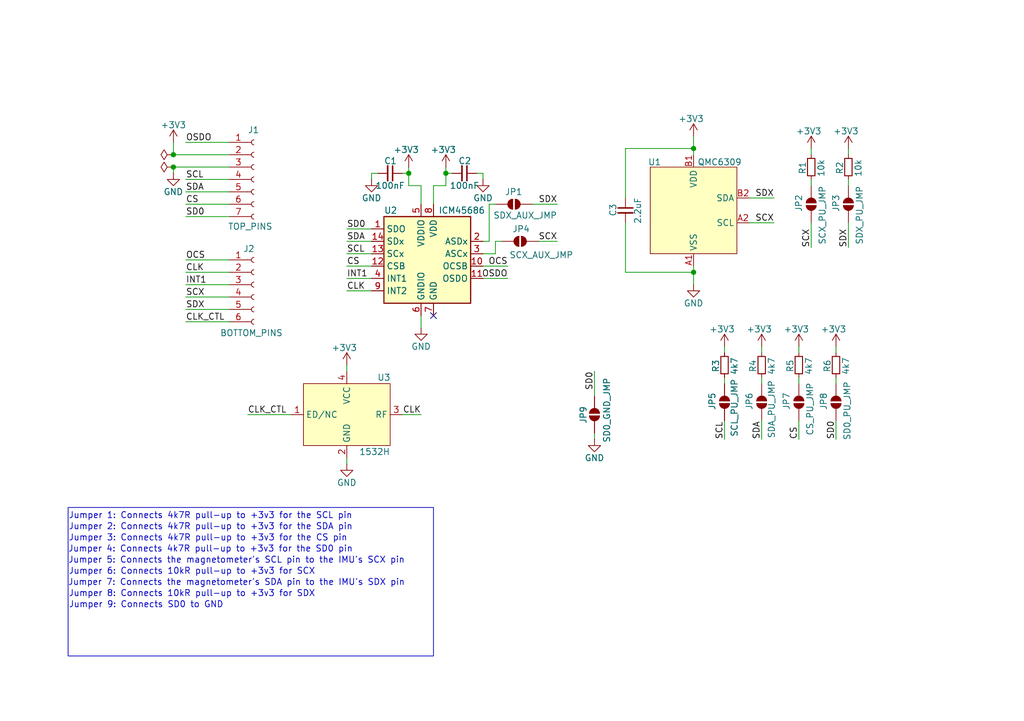
<source format=kicad_sch>
(kicad_sch (version 20250114) (generator "eeschema") (generator_version "9.0")
  (paper "A5")
  (title_block (date "2025-12-30") (rev "1.1"))
  (lib_symbols
    (symbol "Mumo Symbols:+3V3" (power) (pin_numbers (hide yes)) (pin_names (offset 0) (hide yes))
      (property "Value" "+3V3" (at 0 3.556 0))
      (symbol "+3V3_0_1"
        (polyline (pts (xy -0.762 1.27) (xy 0 2.54)))
        (polyline (pts (xy 0 2.54) (xy 0.762 1.27)))
        (polyline (pts (xy 0 0) (xy 0 2.54)))
      )
      (symbol "+3V3_1_1"
        (pin power_in line (at 0 0 90) (length 0) (name "~") (number "1"))
      )
    )
    (symbol "Mumo Symbols:BMI160"
      (property "Reference" "U" (at -10.16 8.89 0))
      (property "Value" "BMI160" (at 7.62 8.89 0))
      (symbol "BMI160_1_1"
        (rectangle (start -10.16 7.62) (end 7.62 -10.16) (stroke (width 0.254)) (fill (type background)))
        (pin bidirectional line (at -12.7 5.08 0) (length 2.54) (name "SDO") (number "1"))
        (pin bidirectional line (at -12.7 2.54 0) (length 2.54) (name "SDx") (number "14"))
        (pin input line (at -12.7 0 0) (length 2.54) (name "SCx") (number "13"))
        (pin input line (at -12.7 -2.54 0) (length 2.54) (name "CSB") (number "12"))
        (pin bidirectional line (at -12.7 -5.08 0) (length 2.54) (name "INT1") (number "4"))
        (pin bidirectional line (at -12.7 -7.62 0) (length 2.54) (name "INT2") (number "9"))
        (pin power_in line (at -2.54 10.16 270) (length 2.54) (name "VDDIO") (number "5"))
        (pin power_in line (at -2.54 -12.7 90) (length 2.54) (name "GNDIO") (number "6"))
        (pin power_in line (at 0 10.16 270) (length 2.54) (name "VDD") (number "8"))
        (pin power_in line (at 0 -12.7 90) (length 2.54) (name "GND") (number "7"))
        (pin bidirectional line (at 10.16 2.54 180) (length 2.54) (name "ASDx") (number "2"))
        (pin output line (at 10.16 0 180) (length 2.54) (name "ASCx") (number "3"))
        (pin bidirectional line (at 10.16 -2.54 180) (length 2.54) (name "OCSB") (number "10"))
        (pin bidirectional line (at 10.16 -5.08 180) (length 2.54) (name "OSDO") (number "11"))
      )
    )
    (symbol "Mumo Symbols:C_Small" (pin_numbers (hide yes)) (pin_names (offset 0.254) (hide yes))
      (property "Reference" "C" (at 0.254 1.778 0))
      (property "Value" "C_Small" (at 0.254 -2.032 0))
      (symbol "C_Small_0_1"
        (polyline (pts (xy -1.524 0.508) (xy 1.524 0.508)) (stroke (width 0.3048)))
        (polyline (pts (xy -1.524 -0.508) (xy 1.524 -0.508)) (stroke (width 0.3302)))
      )
      (symbol "C_Small_1_1"
        (pin passive line (at 0 2.54 270) (length 2.032) (name "~") (number "1"))
        (pin passive line (at 0 -2.54 90) (length 2.032) (name "~") (number "2"))
      )
    )
    (symbol "Mumo Symbols:Conn_01x06_Socket" (pin_names (offset 1.016) (hide yes))
      (property "Reference" "J" (at 0 7.62 0))
      (property "Value" "Conn_01x06_Socket" (at 0 -10.16 0))
      (symbol "Conn_01x06_Socket_1_1"
        (polyline (pts (xy -1.27 5.08) (xy -0.508 5.08)) (stroke (width 0.1524)))
        (polyline (pts (xy -1.27 2.54) (xy -0.508 2.54)) (stroke (width 0.1524)))
        (polyline (pts (xy -1.27 0) (xy -0.508 0)) (stroke (width 0.1524)))
        (polyline (pts (xy -1.27 -2.54) (xy -0.508 -2.54)) (stroke (width 0.1524)))
        (polyline (pts (xy -1.27 -5.08) (xy -0.508 -5.08)) (stroke (width 0.1524)))
        (polyline (pts (xy -1.27 -7.62) (xy -0.508 -7.62)) (stroke (width 0.1524)))
        (arc (start 0 4.572) (mid -0.5058 5.08) (end 0 5.588) (stroke (width 0.1524)))
        (arc (start 0 2.032) (mid -0.5058 2.54) (end 0 3.048) (stroke (width 0.1524)))
        (arc (start 0 -0.508) (mid -0.5058 0) (end 0 0.508) (stroke (width 0.1524)))
        (arc (start 0 -3.048) (mid -0.5058 -2.54) (end 0 -2.032) (stroke (width 0.1524)))
        (arc (start 0 -5.588) (mid -0.5058 -5.08) (end 0 -4.572) (stroke (width 0.1524)))
        (arc (start 0 -8.128) (mid -0.5058 -7.62) (end 0 -7.112) (stroke (width 0.1524)))
        (pin passive line (at -5.08 5.08 0) (length 3.81) (name "Pin_1") (number "1"))
        (pin passive line (at -5.08 2.54 0) (length 3.81) (name "Pin_2") (number "2"))
        (pin passive line (at -5.08 0 0) (length 3.81) (name "Pin_3") (number "3"))
        (pin passive line (at -5.08 -2.54 0) (length 3.81) (name "Pin_4") (number "4"))
        (pin passive line (at -5.08 -5.08 0) (length 3.81) (name "Pin_5") (number "5"))
        (pin passive line (at -5.08 -7.62 0) (length 3.81) (name "Pin_6") (number "6"))
      )
    )
    (symbol "Mumo Symbols:Conn_01x07_Socket" (pin_names (offset 1.016) (hide yes))
      (property "Reference" "J" (at 0 10.16 0))
      (property "Value" "Conn_01x07_Socket" (at 0 -10.16 0))
      (symbol "Conn_01x07_Socket_1_1"
        (polyline (pts (xy -1.27 7.62) (xy -0.508 7.62)) (stroke (width 0.1524)))
        (polyline (pts (xy -1.27 5.08) (xy -0.508 5.08)) (stroke (width 0.1524)))
        (polyline (pts (xy -1.27 2.54) (xy -0.508 2.54)) (stroke (width 0.1524)))
        (polyline (pts (xy -1.27 0) (xy -0.508 0)) (stroke (width 0.1524)))
        (polyline (pts (xy -1.27 -2.54) (xy -0.508 -2.54)) (stroke (width 0.1524)))
        (polyline (pts (xy -1.27 -5.08) (xy -0.508 -5.08)) (stroke (width 0.1524)))
        (polyline (pts (xy -1.27 -7.62) (xy -0.508 -7.62)) (stroke (width 0.1524)))
        (arc (start 0 7.112) (mid -0.5058 7.62) (end 0 8.128) (stroke (width 0.1524)))
        (arc (start 0 4.572) (mid -0.5058 5.08) (end 0 5.588) (stroke (width 0.1524)))
        (arc (start 0 2.032) (mid -0.5058 2.54) (end 0 3.048) (stroke (width 0.1524)))
        (arc (start 0 -0.508) (mid -0.5058 0) (end 0 0.508) (stroke (width 0.1524)))
        (arc (start 0 -3.048) (mid -0.5058 -2.54) (end 0 -2.032) (stroke (width 0.1524)))
        (arc (start 0 -5.588) (mid -0.5058 -5.08) (end 0 -4.572) (stroke (width 0.1524)))
        (arc (start 0 -8.128) (mid -0.5058 -7.62) (end 0 -7.112) (stroke (width 0.1524)))
        (pin passive line (at -5.08 7.62 0) (length 3.81) (name "Pin_1") (number "1"))
        (pin passive line (at -5.08 5.08 0) (length 3.81) (name "Pin_2") (number "2"))
        (pin passive line (at -5.08 2.54 0) (length 3.81) (name "Pin_3") (number "3"))
        (pin passive line (at -5.08 0 0) (length 3.81) (name "Pin_4") (number "4"))
        (pin passive line (at -5.08 -2.54 0) (length 3.81) (name "Pin_5") (number "5"))
        (pin passive line (at -5.08 -5.08 0) (length 3.81) (name "Pin_6") (number "6"))
        (pin passive line (at -5.08 -7.62 0) (length 3.81) (name "Pin_7") (number "7"))
      )
    )
    (symbol "Mumo Symbols:GND" (power) (pin_numbers (hide yes)) (pin_names (offset 0) (hide yes))
      (property "Value" "GND" (at 0 -3.81 0))
      (symbol "GND_0_1"
        (polyline (pts (xy 0 0) (xy 0 -1.27) (xy 1.27 -1.27) (xy 0 -2.54) (xy -1.27 -1.27) (xy 0 -1.27)))
      )
      (symbol "GND_1_1"
        (pin power_in line (at 0 0 270) (length 0) (name "~") (number "1"))
      )
    )
    (symbol "Mumo Symbols:HCI_1532H"
      (property "Reference" "U" (at 0 0 0))
      (property "Value" "1532H" (at 5.08 7.62 0))
      (symbol "HCI_1532H_1_1"
        (rectangle (start -8.89 6.35) (end 8.89 -6.35) (fill (type background)))
        (pin input line (at -11.43 0 0) (length 2.54) (name "ED/NC") (number "1"))
        (pin power_in line (at 0 8.89 270) (length 2.54) (name "VCC") (number "4"))
        (pin power_in line (at 0 -8.89 90) (length 2.54) (name "GND") (number "2"))
        (pin output line (at 11.43 0 180) (length 2.54) (name "RF") (number "3"))
      )
    )
    (symbol "Mumo Symbols:PWR_FLAG" (power) (pin_numbers (hide yes)) (pin_names (offset 0) (hide yes))
      (property "Value" "PWR_FLAG" (at 0 3.81 0))
      (symbol "PWR_FLAG_0_0"
        (pin power_out line (at 0 0 90) (length 0) (name "~") (number "1"))
      )
      (symbol "PWR_FLAG_0_1"
        (polyline (pts (xy 0 0) (xy 0 1.27) (xy -1.016 1.905) (xy 0 2.54) (xy 1.016 1.905) (xy 0 1.27)))
      )
    )
    (symbol "Mumo Symbols:QMC6309"
      (property "Reference" "U" (at -8.382 9.906 0))
      (property "Value" "QMC6309" (at 5.08 9.906 0))
      (symbol "QMC6309_1_1"
        (rectangle (start -8.89 8.89) (end 8.89 -8.89) (fill (type background)))
        (pin power_in line (at 0 11.43 270) (length 2.54) (name "VDD") (number "B1"))
        (pin power_in line (at 0 -11.43 90) (length 2.54) (name "VSS") (number "A1"))
        (pin bidirectional line (at 11.43 2.54 180) (length 2.54) (name "SDA") (number "B2"))
        (pin input line (at 11.43 -2.54 180) (length 2.54) (name "SCL") (number "A2"))
      )
    )
    (symbol "Mumo Symbols:R_Small" (pin_numbers (hide yes)) (pin_names (offset 0.254) (hide yes))
      (property "Reference" "R" (at 0.762 0.508 0))
      (property "Value" "R_Small" (at 0.762 -1.016 0))
      (symbol "R_Small_0_1"
        (rectangle (start -0.762 1.778) (end 0.762 -1.778) (stroke (width 0.2032)))
      )
      (symbol "R_Small_1_1"
        (pin passive line (at 0 2.54 270) (length 0.762) (name "~") (number "1"))
        (pin passive line (at 0 -2.54 90) (length 0.762) (name "~") (number "2"))
      )
    )
    (symbol "Mumo Symbols:SolderJumper_2_Bridged" (pin_numbers (hide yes)) (pin_names (offset 0) (hide yes)) (exclude_from_sim yes) (in_bom no)
      (property "Reference" "JP" (at 0 2.032 0))
      (property "Value" "SolderJumper_2_Bridged" (at 0 -2.54 0))
      (symbol "SolderJumper_2_Bridged_0_1"
        (polyline (pts (xy -0.254 1.016) (xy -0.254 -1.016)))
        (arc (start -0.254 -1.016) (mid -1.2656 0) (end -0.254 1.016))
        (arc (start -0.254 -1.016) (mid -1.2656 0) (end -0.254 1.016) (fill (type outline)))
        (arc (start 0.254 1.016) (mid 1.2656 0) (end 0.254 -1.016))
        (arc (start 0.254 1.016) (mid 1.2656 0) (end 0.254 -1.016) (fill (type outline)))
        (polyline (pts (xy 0.254 1.016) (xy 0.254 -1.016)))
      )
      (symbol "SolderJumper_2_Bridged_1_1"
        (pin passive line (at -3.81 0 0) (length 2.54) (name "A") (number "1"))
        (pin passive line (at 3.81 0 180) (length 2.54) (name "B") (number "2"))
      )
    )
    (symbol "Mumo Symbols:SolderJumper_2_Open" (pin_numbers (hide yes)) (pin_names (offset 0) (hide yes)) (exclude_from_sim yes) (in_bom no)
      (property "Reference" "JP" (at 0 2.032 0))
      (property "Value" "SolderJumper_2_Open" (at 0 -2.54 0))
      (symbol "SolderJumper_2_Open_0_1"
        (polyline (pts (xy -0.254 1.016) (xy -0.254 -1.016)))
        (arc (start -0.254 -1.016) (mid -1.2656 0) (end -0.254 1.016))
        (arc (start -0.254 -1.016) (mid -1.2656 0) (end -0.254 1.016) (fill (type outline)))
        (arc (start 0.254 1.016) (mid 1.2656 0) (end 0.254 -1.016))
        (arc (start 0.254 1.016) (mid 1.2656 0) (end 0.254 -1.016) (fill (type outline)))
        (polyline (pts (xy 0.254 1.016) (xy 0.254 -1.016)))
      )
      (symbol "SolderJumper_2_Open_1_1"
        (pin passive line (at -3.81 0 0) (length 2.54) (name "A") (number "1"))
        (pin passive line (at 3.81 0 180) (length 2.54) (name "B") (number "2"))
      )
    )
  )
  (rectangle (start 13.97 104.14) (end 88.9 134.62))
  (text "Jumper 9: Connects SD0 to GND" (at 29.972 124.206 0) (effects (font (size 1.27 1.27))))
  (text "Jumper 2: Connects 4k7R pull-up to +3v3 for the SDA pin " (at 43.688 108.204 0) (effects (font (size 1.27 1.27))))
  (text "Jumper 7: Connects the magnetometer's SDA pin to the IMU's SDX pin" (at 48.514 119.634 0) (effects (font (size 1.27 1.27))))
  (text "Jumper 5: Connects the magnetometer's SCL pin to the IMU's SCX pin" (at 48.514 115.062 0) (effects (font (size 1.27 1.27))))
  (text "Jumper 6: Connects 10kR pull-up to +3v3 for SCX" (at 39.37 117.348 0) (effects (font (size 1.27 1.27))))
  (text "Jumper 4: Connects 4k7R pull-up to +3v3 for the SD0 pin" (at 43.18 112.776 0) (effects (font (size 1.27 1.27))))
  (text "Jumper 3: Connects 4k7R pull-up to +3v3 for the CS pin" (at 42.672 110.49 0) (effects (font (size 1.27 1.27))))
  (text "Jumper 8: Connects 10kR pull-up to +3v3 for SDX" (at 39.37 121.92 0) (effects (font (size 1.27 1.27))))
  (text "Jumper 1: Connects 4k7R pull-up to +3v3 for the SCL pin" (at 43.18 105.918 0) (effects (font (size 1.27 1.27))))
  (junction (at 142.24 30.48))
  (junction (at 91.44 35.56))
  (junction (at 35.56 34.29))
  (junction (at 35.56 31.75))
  (junction (at 142.24 55.88))
  (junction (at 83.82 35.56))
  (no_connect (at 88.9 64.77))
  (wire (pts (xy 156.21 71.12) (xy 156.21 72.39)))
  (wire (pts (xy 88.9 38.1) (xy 91.44 38.1)))
  (wire (pts (xy 71.12 59.69) (xy 76.2 59.69)))
  (wire (pts (xy 71.12 46.99) (xy 76.2 46.99)))
  (wire (pts (xy 100.33 41.91) (xy 101.6 41.91)))
  (wire (pts (xy 76.2 36.83) (xy 76.2 35.56)))
  (wire (pts (xy 100.33 41.91) (xy 100.33 49.53)))
  (wire (pts (xy 38.1 36.83) (xy 46.99 36.83)))
  (wire (pts (xy 153.67 40.64) (xy 158.75 40.64)))
  (wire (pts (xy 71.12 54.61) (xy 76.2 54.61)))
  (wire (pts (xy 38.1 60.96) (xy 46.99 60.96)))
  (wire (pts (xy 38.1 39.37) (xy 46.99 39.37)))
  (wire (pts (xy 148.59 78.74) (xy 148.59 77.47)))
  (wire (pts (xy 156.21 86.36) (xy 156.21 90.17)))
  (wire (pts (xy 82.55 85.09) (xy 86.36 85.09)))
  (wire (pts (xy 156.21 77.47) (xy 156.21 78.74)))
  (wire (pts (xy 128.27 45.72) (xy 128.27 55.88)))
  (wire (pts (xy 99.06 35.56) (xy 97.79 35.56)))
  (wire (pts (xy 35.56 31.75) (xy 46.99 31.75)))
  (wire (pts (xy 76.2 35.56) (xy 77.47 35.56)))
  (wire (pts (xy 128.27 30.48) (xy 128.27 40.64)))
  (wire (pts (xy 71.12 57.15) (xy 76.2 57.15)))
  (wire (pts (xy 91.44 35.56) (xy 92.71 35.56)))
  (wire (pts (xy 171.45 71.12) (xy 171.45 72.39)))
  (wire (pts (xy 99.06 54.61) (xy 104.14 54.61)))
  (wire (pts (xy 91.44 35.56) (xy 91.44 34.29)))
  (wire (pts (xy 83.82 38.1) (xy 86.36 38.1)))
  (wire (pts (xy 109.22 41.91) (xy 114.3 41.91)))
  (wire (pts (xy 173.99 30.48) (xy 173.99 31.75)))
  (wire (pts (xy 121.92 76.2) (xy 121.92 81.28)))
  (wire (pts (xy 38.1 63.5) (xy 46.99 63.5)))
  (wire (pts (xy 71.12 52.07) (xy 76.2 52.07)))
  (wire (pts (xy 101.6 52.07) (xy 99.06 52.07)))
  (wire (pts (xy 101.6 49.53) (xy 101.6 52.07)))
  (wire (pts (xy 35.56 31.75) (xy 35.56 29.21)))
  (wire (pts (xy 142.24 30.48) (xy 128.27 30.48)))
  (wire (pts (xy 38.1 41.91) (xy 46.99 41.91)))
  (wire (pts (xy 88.9 38.1) (xy 88.9 41.91)))
  (wire (pts (xy 142.24 27.94) (xy 142.24 30.48)))
  (wire (pts (xy 86.36 64.77) (xy 86.36 67.31)))
  (wire (pts (xy 71.12 95.25) (xy 71.12 93.98)))
  (wire (pts (xy 153.67 45.72) (xy 158.75 45.72)))
  (wire (pts (xy 163.83 86.36) (xy 163.83 90.17)))
  (wire (pts (xy 166.37 45.72) (xy 166.37 50.8)))
  (wire (pts (xy 38.1 66.04) (xy 46.99 66.04)))
  (wire (pts (xy 142.24 54.61) (xy 142.24 55.88)))
  (wire (pts (xy 38.1 53.34) (xy 46.99 53.34)))
  (wire (pts (xy 71.12 49.53) (xy 76.2 49.53)))
  (wire (pts (xy 91.44 38.1) (xy 91.44 35.56)))
  (wire (pts (xy 101.6 49.53) (xy 102.87 49.53)))
  (wire (pts (xy 35.56 34.29) (xy 35.56 35.56)))
  (wire (pts (xy 71.12 74.93) (xy 71.12 76.2)))
  (wire (pts (xy 83.82 34.29) (xy 83.82 35.56)))
  (wire (pts (xy 173.99 45.72) (xy 173.99 50.8)))
  (wire (pts (xy 163.83 77.47) (xy 163.83 78.74)))
  (wire (pts (xy 99.06 57.15) (xy 104.14 57.15)))
  (wire (pts (xy 38.1 55.88) (xy 46.99 55.88)))
  (wire (pts (xy 148.59 86.36) (xy 148.59 90.17)))
  (wire (pts (xy 121.92 88.9) (xy 121.92 90.17)))
  (wire (pts (xy 38.1 58.42) (xy 46.99 58.42)))
  (wire (pts (xy 171.45 86.36) (xy 171.45 90.17)))
  (wire (pts (xy 128.27 55.88) (xy 142.24 55.88)))
  (wire (pts (xy 173.99 36.83) (xy 173.99 38.1)))
  (wire (pts (xy 142.24 30.48) (xy 142.24 31.75)))
  (wire (pts (xy 166.37 30.48) (xy 166.37 31.75)))
  (wire (pts (xy 38.1 29.21) (xy 46.99 29.21)))
  (wire (pts (xy 99.06 35.56) (xy 99.06 36.83)))
  (wire (pts (xy 166.37 36.83) (xy 166.37 38.1)))
  (wire (pts (xy 83.82 38.1) (xy 83.82 35.56)))
  (wire (pts (xy 171.45 77.47) (xy 171.45 78.74)))
  (wire (pts (xy 163.83 71.12) (xy 163.83 72.39)))
  (wire (pts (xy 110.49 49.53) (xy 114.3 49.53)))
  (wire (pts (xy 86.36 38.1) (xy 86.36 41.91)))
  (wire (pts (xy 82.55 35.56) (xy 83.82 35.56)))
  (wire (pts (xy 142.24 55.88) (xy 142.24 58.42)))
  (wire (pts (xy 100.33 49.53) (xy 99.06 49.53)))
  (wire (pts (xy 50.8 85.09) (xy 59.69 85.09)))
  (wire (pts (xy 38.1 44.45) (xy 46.99 44.45)))
  (wire (pts (xy 35.56 34.29) (xy 46.99 34.29)))
  (wire (pts (xy 148.59 71.12) (xy 148.59 72.39)))
  (label "CLK_CTL" (at 38.1 66.04 0))
  (label "CLK" (at 71.12 59.69 0))
  (label "OCS" (at 38.1 53.34 0))
  (label "SCL" (at 38.1 36.83 0))
  (label "SD0" (at 171.45 90.17 90))
  (label "SD0" (at 121.92 76.2 270))
  (label "SDA" (at 156.21 90.17 90))
  (label "SDX" (at 114.3 41.91 180))
  (label "SDX" (at 158.75 40.64 180))
  (label "SCX" (at 166.37 50.8 90))
  (label "SCX" (at 114.3 49.53 180))
  (label "OSDO" (at 104.14 57.15 180))
  (label "SD0" (at 71.12 46.99 0))
  (label "SCX" (at 38.1 60.96 0))
  (label "SD0" (at 38.1 44.45 0))
  (label "CLK" (at 86.36 85.09 180))
  (label "CS" (at 71.12 54.61 0))
  (label "SDX" (at 173.99 50.8 90))
  (label "SCL" (at 148.59 90.17 90))
  (label "CS" (at 163.83 90.17 90))
  (label "INT1" (at 38.1 58.42 0))
  (label "SDA" (at 38.1 39.37 0))
  (label "CS" (at 38.1 41.91 0))
  (label "OSDO" (at 38.1 29.21 0))
  (label "SDX" (at 38.1 63.5 0))
  (label "SDA" (at 71.12 49.53 0))
  (label "INT1" (at 71.12 57.15 0))
  (label "OCS" (at 104.14 54.61 180))
  (label "CLK_CTL" (at 50.8 85.09 0))
  (label "SCL" (at 71.12 52.07 0))
  (label "SCX" (at 158.75 45.72 180))
  (label "CLK" (at 38.1 55.88 0))
  (symbol (lib_id "Mumo Symbols:R_Small") (at 173.99 34.29 0) (unit 1)
    (property "Reference" "R2" (at 172.212 35.814 90) (effects (justify left)))
    (property "Value" "10k" (at 176.022 36.322 90) (effects (justify left)))
    (property "Footprint" "Mumo Footprints:R_0402" (effects (hide yes)))
    (property "Description" "Resistor, small symbol" (effects (hide yes)))
    (property "MPN" "C25744" (effects (hide yes)))
  )
  (symbol (lib_id "Mumo Symbols:SolderJumper_2_Bridged") (at 171.45 82.55 90) (unit 1) (in_bom no)
    (property "Reference" "JP8" (at 168.91 80.518 0) (effects (justify right)))
    (property "Value" "SD0_PU_JMP" (at 173.736 78.232 0) (effects (justify right)))
    (property "Footprint" "Mumo Footprints:JMP_CLSD" (effects (hide yes)))
    (property "Description" "Solder Jumper, 2-pole, closed/bridged" (effects (hide yes)))
  )
  (symbol (lib_id "Mumo Symbols:+3V3") (at 83.82 34.29 0) (unit 1)
    (property "Reference" "#PWR05" (effects (hide yes)))
    (property "Value" "+3V3" (at 83.312 30.734 0))
    (property "Description" "Power symbol creates a global label with name \"+3V3\"" (effects (hide yes)))
  )
  (symbol (lib_id "Mumo Symbols:+3V3") (at 148.59 71.12 0) (unit 1)
    (property "Reference" "#PWR012" (effects (hide yes)))
    (property "Value" "+3V3" (at 148.082 67.564 0))
    (property "Description" "Power symbol creates a global label with name \"+3V3\"" (effects (hide yes)))
  )
  (symbol (lib_id "Mumo Symbols:+3V3") (at 35.56 29.21 0) (unit 1)
    (property "Reference" "#PWR02" (effects (hide yes)))
    (property "Value" "+3V3" (at 35.56 25.654 0))
    (property "Description" "Power symbol creates a global label with name \"+3V3\"" (effects (hide yes)))
  )
  (symbol (lib_id "Mumo Symbols:+3V3") (at 71.12 74.93 0) (unit 1)
    (property "Reference" "#PWR016" (effects (hide yes)))
    (property "Value" "+3V3" (at 70.612 71.374 0))
    (property "Description" "Power symbol creates a global label with name \"+3V3\"" (effects (hide yes)))
  )
  (symbol (lib_id "Mumo Symbols:SolderJumper_2_Bridged") (at 156.21 82.55 90) (unit 1) (in_bom no)
    (property "Reference" "JP6" (at 153.67 80.518 0) (effects (justify right)))
    (property "Value" "SDA_PU_JMP" (at 158.242 77.978 0) (effects (justify right)))
    (property "Footprint" "Mumo Footprints:JMP_CLSD" (effects (hide yes)))
    (property "Description" "Solder Jumper, 2-pole, closed/bridged" (effects (hide yes)))
  )
  (symbol (lib_id "Mumo Symbols:GND") (at 35.56 35.56 0) (unit 1)
    (property "Reference" "#PWR07" (effects (hide yes)))
    (property "Value" "GND" (at 35.56 39.37 0))
    (property "Description" "Power symbol creates a global label with name \"GND\" , ground" (effects (hide yes)))
  )
  (symbol (lib_id "Mumo Symbols:+3V3") (at 156.21 71.12 0) (unit 1)
    (property "Reference" "#PWR013" (effects (hide yes)))
    (property "Value" "+3V3" (at 155.702 67.564 0))
    (property "Description" "Power symbol creates a global label with name \"+3V3\"" (effects (hide yes)))
  )
  (symbol (lib_id "Mumo Symbols:SolderJumper_2_Bridged") (at 166.37 41.91 90) (unit 1) (in_bom no)
    (property "Reference" "JP2" (at 163.83 39.878 0) (effects (justify right)))
    (property "Value" "SCX_PU_JMP" (at 168.656 38.1 0) (effects (justify right)))
    (property "Footprint" "Mumo Footprints:JMP_CLSD" (effects (hide yes)))
    (property "Description" "Solder Jumper, 2-pole, closed/bridged" (effects (hide yes)))
  )
  (symbol (lib_id "Mumo Symbols:SolderJumper_2_Bridged") (at 106.68 49.53 0) (unit 1) (in_bom no)
    (property "Reference" "JP4" (at 108.712 46.99 0) (effects (justify right)))
    (property "Value" "SCX_AUX_JMP" (at 117.602 52.324 0) (effects (justify right)))
    (property "Footprint" "Mumo Footprints:JMP_CLSD" (effects (hide yes)))
    (property "Description" "Solder Jumper, 2-pole, closed/bridged" (effects (hide yes)))
  )
  (symbol (lib_id "Mumo Symbols:GND") (at 121.92 90.17 0) (unit 1)
    (property "Reference" "#PWR017" (effects (hide yes)))
    (property "Value" "GND" (at 121.92 93.98 0))
    (property "Description" "Power symbol creates a global label with name \"GND\" , ground" (effects (hide yes)))
  )
  (symbol (lib_id "Mumo Symbols:GND") (at 86.36 67.31 0) (unit 1)
    (property "Reference" "#PWR011" (effects (hide yes)))
    (property "Value" "GND" (at 86.36 71.12 0))
    (property "Description" "Power symbol creates a global label with name \"GND\" , ground" (effects (hide yes)))
  )
  (symbol (lib_id "Mumo Symbols:GND") (at 99.06 36.83 0) (unit 1)
    (property "Reference" "#PWR09" (effects (hide yes)))
    (property "Value" "GND" (at 99.06 40.64 0))
    (property "Description" "Power symbol creates a global label with name \"GND\" , ground" (effects (hide yes)))
  )
  (symbol (lib_id "Mumo Symbols:SolderJumper_2_Bridged") (at 163.83 82.55 90) (unit 1) (in_bom no)
    (property "Reference" "JP7" (at 161.29 80.518 0) (effects (justify right)))
    (property "Value" "CS_PU_JMP" (at 166.116 78.486 0) (effects (justify right)))
    (property "Footprint" "Mumo Footprints:JMP_CLSD" (effects (hide yes)))
    (property "Description" "Solder Jumper, 2-pole, closed/bridged" (effects (hide yes)))
  )
  (symbol (lib_id "Mumo Symbols:GND") (at 76.2 36.83 0) (unit 1)
    (property "Reference" "#PWR08" (effects (hide yes)))
    (property "Value" "GND" (at 76.2 40.64 0))
    (property "Description" "Power symbol creates a global label with name \"GND\" , ground" (effects (hide yes)))
  )
  (symbol (lib_id "Mumo Symbols:SolderJumper_2_Open") (at 121.92 85.09 90) (unit 1) (in_bom no)
    (property "Reference" "JP9" (at 119.634 83.312 0) (effects (justify right)))
    (property "Value" "SD0_GND_JMP" (at 124.46 77.47 0) (effects (justify right)))
    (property "Footprint" "Mumo Footprints:JMP" (effects (hide yes)))
    (property "Description" "Solder Jumper, 2-pole, open" (effects (hide yes)))
    (property "MPN" "N/A" (effects (hide yes)))
  )
  (symbol (lib_id "Mumo Symbols:GND") (at 71.12 95.25 0) (unit 1)
    (property "Reference" "#PWR018" (effects (hide yes)))
    (property "Value" "GND" (at 71.12 99.06 0))
    (property "Description" "Power symbol creates a global label with name \"GND\" , ground" (effects (hide yes)))
  )
  (symbol (lib_id "Mumo Symbols:C_Small") (at 95.25 35.56 270) (unit 1)
    (property "Reference" "C2" (at 93.98 33.02 90) (effects (justify left)))
    (property "Value" "100nF" (at 92.202 38.1 90) (effects (justify left)))
    (property "Footprint" "Mumo Footprints:C_0402" (effects (hide yes)))
    (property "Description" "Unpolarized capacitor, small symbol" (effects (hide yes)))
    (property "MPN" "C1525" (effects (hide yes)))
  )
  (symbol (lib_id "Mumo Symbols:PWR_FLAG") (at 35.56 34.29 90) (unit 1)
    (property "Reference" "#FLG02" (effects (hide yes)))
    (property "Value" "PWR_FLAG" (effects (hide yes)))
    (property "Description" "Special symbol for telling ERC where power comes from" (effects (hide yes)))
  )
  (symbol (lib_id "Mumo Symbols:R_Small") (at 171.45 74.93 0) (unit 1)
    (property "Reference" "R6" (at 169.672 76.454 90) (effects (justify left)))
    (property "Value" "4k7" (at 173.482 76.962 90) (effects (justify left)))
    (property "Footprint" "Mumo Footprints:R_0402" (effects (hide yes)))
    (property "Description" "Resistor, small symbol" (effects (hide yes)))
    (property "MPN" "C25900" (effects (hide yes)))
  )
  (symbol (lib_id "Mumo Symbols:+3V3") (at 171.45 71.12 0) (unit 1)
    (property "Reference" "#PWR015" (effects (hide yes)))
    (property "Value" "+3V3" (at 170.942 67.564 0))
    (property "Description" "Power symbol creates a global label with name \"+3V3\"" (effects (hide yes)))
  )
  (symbol (lib_id "Mumo Symbols:Conn_01x07_Socket") (at 52.07 36.83 0) (unit 1) (in_bom no)
    (property "Reference" "J1" (at 50.8 26.67 0) (effects (justify left)))
    (property "Value" "TOP_PINS" (at 46.736 46.482 0) (effects (justify left)))
    (property "Footprint" "Mumo Footprints:TopPins" (effects (hide yes)))
    (property "Description" "Generic connector, single row, 01x07, script generated" (effects (hide yes)))
    (property "MPN" "N/A" (effects (hide yes)))
  )
  (symbol (lib_id "Mumo Symbols:QMC6309") (at 142.24 43.18 0) (unit 1)
    (property "Reference" "U1" (at 135.636 33.274 0) (effects (justify right)))
    (property "Value" "QMC6309" (at 152.146 33.274 0) (effects (justify right)))
    (property "Footprint" "Mumo Footprints:QMC6309" (effects (hide yes)))
    (property "MPN" "C5439871" (effects (hide yes)))
  )
  (symbol (lib_id "Mumo Symbols:HCI_1532H") (at 71.12 85.09 0) (unit 1)
    (property "Reference" "U3" (at 78.74 77.47 0))
    (property "Value" "1532H" (at 76.835 92.71 0))
    (property "Footprint" "Mumo Footprints:CLK" (effects (hide yes)))
    (property "MPN" "C709192" (effects (hide yes)))
  )
  (symbol (lib_id "Mumo Symbols:C_Small") (at 128.27 43.18 0) (unit 1)
    (property "Reference" "C3" (at 125.73 44.45 90) (effects (justify left)))
    (property "Value" "2.2uF" (at 130.81 45.974 90) (effects (justify left)))
    (property "Footprint" "Mumo Footprints:C_0603" (effects (hide yes)))
    (property "Description" "Unpolarized capacitor, small symbol" (effects (hide yes)))
    (property "MPN" "C57895" (effects (hide yes)))
  )
  (symbol (lib_id "Mumo Symbols:R_Small") (at 163.83 74.93 0) (unit 1)
    (property "Reference" "R5" (at 162.052 76.454 90) (effects (justify left)))
    (property "Value" "4k7" (at 165.862 76.962 90) (effects (justify left)))
    (property "Footprint" "Mumo Footprints:R_0402" (effects (hide yes)))
    (property "Description" "Resistor, small symbol" (effects (hide yes)))
    (property "MPN" "C25900" (effects (hide yes)))
  )
  (symbol (lib_id "Mumo Symbols:R_Small") (at 166.37 34.29 0) (unit 1)
    (property "Reference" "R1" (at 164.592 35.814 90) (effects (justify left)))
    (property "Value" "10k" (at 168.402 36.322 90) (effects (justify left)))
    (property "Footprint" "Mumo Footprints:R_0402" (effects (hide yes)))
    (property "Description" "Resistor, small symbol" (effects (hide yes)))
    (property "MPN" "C25744" (effects (hide yes)))
  )
  (symbol (lib_id "Mumo Symbols:+3V3") (at 142.24 27.94 0) (unit 1)
    (property "Reference" "#PWR01" (effects (hide yes)))
    (property "Value" "+3V3" (at 141.732 24.384 0))
    (property "Description" "Power symbol creates a global label with name \"+3V3\"" (effects (hide yes)))
  )
  (symbol (lib_id "Mumo Symbols:SolderJumper_2_Bridged") (at 148.59 82.55 90) (unit 1) (in_bom no)
    (property "Reference" "JP5" (at 146.05 80.518 0) (effects (justify right)))
    (property "Value" "SCL_PU_JMP" (at 150.622 77.724 0) (effects (justify right)))
    (property "Footprint" "Mumo Footprints:JMP_CLSD" (effects (hide yes)))
    (property "Description" "Solder Jumper, 2-pole, closed/bridged" (effects (hide yes)))
  )
  (symbol (lib_id "Mumo Symbols:SolderJumper_2_Bridged") (at 173.99 41.91 90) (unit 1) (in_bom no)
    (property "Reference" "JP3" (at 171.45 39.878 0) (effects (justify right)))
    (property "Value" "SDX_PU_JMP" (at 176.276 38.1 0) (effects (justify right)))
    (property "Footprint" "Mumo Footprints:JMP_CLSD" (effects (hide yes)))
    (property "Description" "Solder Jumper, 2-pole, closed/bridged" (effects (hide yes)))
  )
  (symbol (lib_id "Mumo Symbols:C_Small") (at 80.01 35.56 270) (unit 1)
    (property "Reference" "C1" (at 78.74 33.02 90) (effects (justify left)))
    (property "Value" "100nF" (at 76.962 38.1 90) (effects (justify left)))
    (property "Footprint" "Mumo Footprints:C_0402" (effects (hide yes)))
    (property "Description" "Unpolarized capacitor, small symbol" (effects (hide yes)))
    (property "MPN" "C1525" (effects (hide yes)))
  )
  (symbol (lib_id "Mumo Symbols:+3V3") (at 166.37 30.48 0) (unit 1)
    (property "Reference" "#PWR03" (effects (hide yes)))
    (property "Value" "+3V3" (at 165.862 26.924 0))
    (property "Description" "Power symbol creates a global label with name \"+3V3\"" (effects (hide yes)))
  )
  (symbol (lib_id "Mumo Symbols:+3V3") (at 173.99 30.48 0) (unit 1)
    (property "Reference" "#PWR04" (effects (hide yes)))
    (property "Value" "+3V3" (at 173.482 26.924 0))
    (property "Description" "Power symbol creates a global label with name \"+3V3\"" (effects (hide yes)))
  )
  (symbol (lib_id "Mumo Symbols:+3V3") (at 163.83 71.12 0) (unit 1)
    (property "Reference" "#PWR014" (effects (hide yes)))
    (property "Value" "+3V3" (at 163.322 67.564 0))
    (property "Description" "Power symbol creates a global label with name \"+3V3\"" (effects (hide yes)))
  )
  (symbol (lib_id "Mumo Symbols:Conn_01x06_Socket") (at 52.07 58.42 0) (unit 1) (in_bom no)
    (property "Reference" "J2" (at 51.054 51.054 0))
    (property "Value" "BOTTOM_PINS" (at 51.562 68.326 0))
    (property "Footprint" "Mumo Footprints:BottomPins" (effects (hide yes)))
    (property "Description" "Generic connector, single row, 01x06, script generated" (effects (hide yes)))
  )
  (symbol (lib_id "Mumo Symbols:+3V3") (at 91.44 34.29 0) (unit 1)
    (property "Reference" "#PWR06" (effects (hide yes)))
    (property "Value" "+3V3" (at 90.932 30.734 0))
    (property "Description" "Power symbol creates a global label with name \"+3V3\"" (effects (hide yes)))
  )
  (symbol (lib_id "Mumo Symbols:SolderJumper_2_Bridged") (at 105.41 41.91 0) (unit 1) (in_bom no)
    (property "Reference" "JP1" (at 107.188 39.37 0) (effects (justify right)))
    (property "Value" "SDX_AUX_JMP" (at 114.3 44.196 0) (effects (justify right)))
    (property "Footprint" "Mumo Footprints:JMP_CLSD" (effects (hide yes)))
    (property "Description" "Solder Jumper, 2-pole, closed/bridged" (effects (hide yes)))
  )
  (symbol (lib_id "Mumo Symbols:R_Small") (at 156.21 74.93 0) (unit 1)
    (property "Reference" "R4" (at 154.432 76.454 90) (effects (justify left)))
    (property "Value" "4k7" (at 158.242 76.962 90) (effects (justify left)))
    (property "Footprint" "Mumo Footprints:R_0402" (effects (hide yes)))
    (property "Description" "Resistor, small symbol" (effects (hide yes)))
    (property "MPN" "C25900" (effects (hide yes)))
  )
  (symbol (lib_id "Mumo Symbols:R_Small") (at 148.59 74.93 0) (unit 1)
    (property "Reference" "R3" (at 146.812 76.454 90) (effects (justify left)))
    (property "Value" "4k7" (at 150.622 76.962 90) (effects (justify left)))
    (property "Footprint" "Mumo Footprints:R_0402" (effects (hide yes)))
    (property "Description" "Resistor, small symbol" (effects (hide yes)))
    (property "MPN" "C25900" (effects (hide yes)))
  )
  (symbol (lib_id "Mumo Symbols:BMI160") (at 88.9 52.07 0) (unit 1)
    (property "Reference" "U2" (at 78.74 43.18 0) (effects (justify left)))
    (property "Value" "ICM45686" (at 89.916 43.18 0) (effects (justify left)))
    (property "Footprint" "Mumo Footprints:IMU" (effects (hide yes)))
    (property "Datasheet" "https://www.bosch-sensortec.com/media/boschsensortec/downloads/datasheets/bst-bmi160-ds000.pdf" (effects (hide yes)))
    (property "Description" "Small, low power inertial measurement unit, LGA-14" (effects (hide yes)))
    (property "MPN" "C22459454" (effects (hide yes)))
  )
  (symbol (lib_id "Mumo Symbols:PWR_FLAG") (at 35.56 31.75 90) (unit 1)
    (property "Reference" "#FLG01" (effects (hide yes)))
    (property "Value" "PWR_FLAG" (effects (hide yes)))
    (property "Description" "Special symbol for telling ERC where power comes from" (effects (hide yes)))
  )
  (symbol (lib_id "Mumo Symbols:GND") (at 142.24 58.42 0) (unit 1)
    (property "Reference" "#PWR010" (effects (hide yes)))
    (property "Value" "GND" (at 142.24 62.23 0))
    (property "Description" "Power symbol creates a global label with name \"GND\" , ground" (effects (hide yes)))
  )
)
</source>
